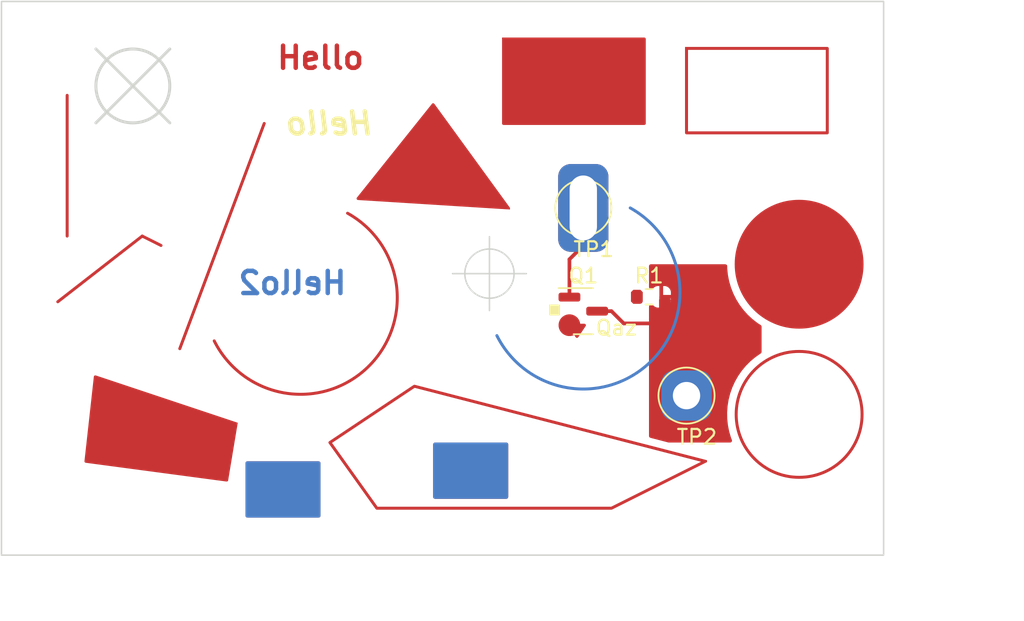
<source format=kicad_pcb>
(kicad_pcb (version 20211014) (generator pcbnew)
  (layers (0 "F.Cu" signal) (1 "In1.Cu" signal) (2 "In2.Cu" signal) (31 "B.Cu" signal) (34 "B.Paste" user) (35 "F.Paste" user) (36 "B.SilkS" user "B.Silkscreen") (37 "F.SilkS" user "F.Silkscreen") (38 "B.Mask" user) (39 "F.Mask" user) (44 "Edge.Cuts" user))
  (net 0 "")
  (net 1 "Net-(Q1-Pad1)")
  (net 2 "GND")
  (net 3 "Net-(Q1-Pad3)")
  (net 4 "+5V")
  (footprint "TestPoint:TestPoint_Loop_D2.50mm_Drill1.85mm" (layer "F.Cu") (at 146.05 71.755)
    (fp_text reference "TP1" (at 0.7 2.8) (layer "F.SilkS"))
    (fp_text value "TestPoint")
    (fp_circle (center 0 0) (end 1.9 0) (layer "F.SilkS") (width 0.12) (fill none))
    (pad "1" thru_hole roundrect (at 0 0) (size 3.4 5.94) (drill oval 1.85 4.39) (layers *.Cu *.Mask) (net 1 "Net-(Q1-Pad1)"))
  )
  (footprint "Resistor_SMD:R_0603_1608Metric" (layer "F.Cu") (at 150.5 77.77)
    (fp_text reference "R1" (at 0 -1.43) (layer "F.SilkS"))
    (fp_text value "1K")
    (fp_line (start -0.237258 -0.5225) (end 0.237258 -0.5225) (layer "F.SilkS") (width 0.12))
    (fp_line (start -0.237258 0.5225) (end 0.237258 0.5225) (layer "F.SilkS") (width 0.12))
    (pad "1" smd roundrect (at -0.825 0) (size 0.8 0.95) (property pad_prop_bga) (layers "F.Cu" "F.Paste" "F.Mask") (chamfer_ratio 0.2) (chamfer top_left top_right bottom_left) (net 4 "+5V"))
    (pad "2" smd roundrect (at 0.825 0) (size 0.8 0.95) (drill (offset 0.254 0.508)) (property pad_prop_fiducial_glob) (layers "F.Cu" "F.Paste" "F.Mask") (roundrect_rratio 0) (chamfer_ratio 0.2) (chamfer top_left top_right) (net 3 "Net-(Q1-Pad3)") (clearance 0.254) (thermal_gap 0.508))
  )
  (footprint "Package_TO_SOT_SMD:SOT-23" (layer "F.Cu") (at 146.05 78.74)
    (fp_text reference "Q1" (at 0 -2.4) (layer "F.SilkS"))
    (fp_text value "Si2319CDS")
    (fp_text user "Qaz" (at 2.24 1.13 unlocked) (layer "F.SilkS"))
    (fp_line (start 0 -1.56) (end -1.675 -1.56) (layer "F.SilkS") (width 0.12))
    (fp_line (start 0 -1.56) (end 0.65 -1.56) (layer "F.SilkS") (width 0.12))
    (fp_line (start 0 1.56) (end -0.65 1.56) (layer "F.SilkS") (width 0.12))
    (fp_line (start 0 1.56) (end 0.65 1.56) (layer "F.SilkS") (width 0.12))
    (fp_rect (start -2.25 -0.39) (end -1.64 0.23) (layer "F.SilkS") (width 0.12) (fill solid))
    (pad "1" smd roundrect (at -0.9375 -0.95) (size 1.475 0.6) (layers "F.Cu" "F.Paste" "F.Mask") (net 1 "Net-(Q1-Pad1)"))
    (pad "2" smd custom (at -0.9375 0.95) (size 1.475 1.475) (layers "F.Cu" "F.Paste" "F.Mask") (net 2 "GND") (clearance 0.254) (options (clearance outline) (anchor circle)) (primitives (gr_arc (start 0 0.254) (mid 0.508 0.254) (end 0 0.254) (width 0.2)) (gr_poly (pts (xy 0 0) (xy 0.508 0.762) (xy 1.016 0)) (width 0.2) (fill yes))))
    (pad "3" smd roundrect (at 0.9375 0) (size 1.475 0.6) (layers "F.Cu" "F.Paste" "F.Mask") (net 3 "Net-(Q1-Pad3)"))
    (zone (net 0) (net_name "") (layer "F.Cu") (name "Test") (connect_pads (clearance 0)) (min_thickness 0.254)
      (keepout (tracks not_allowed) (vias not_allowed) (pads not_allowed) (copperpour not_allowed) (footprints allowed))
      (fill (thermal_gap 0.508) (thermal_bridge_width 0.508))
      (polygon (pts (xy 147.63 77.51) (xy 147.81 78.31) (xy 146.22 78.15) (xy 146.9 77.22)))
    )
  )
  (footprint "TestPoint:TestPoint_Loop_D2.50mm_Drill1.85mm" (layer "F.Cu") (at 153.035 84.455)
    (fp_text reference "TP2" (at 0.7 2.8) (layer "F.SilkS"))
    (fp_text value "TestPoint")
    (fp_circle (center 0 0) (end 1.9 0) (layer "F.SilkS") (width 0.12) (fill none))
    (pad "1" thru_hole roundrect (at 0 0) (size 3.4 3.4) (drill 1.85) (property pad_prop_testpoint) (layers *.Cu *.Mask) (net 3 "Net-(Q1-Pad3)") (clearance 0.254) (thermal_gap 0.508))
  )
  (gr_line (start 110.49 78.105) (end 116.205 73.66) (layer "F.Cu") (width 0.2))
  (gr_rect locked (start 153.035 60.96) (end 162.56 66.675) (layer "F.Cu") (width 0.2) (fill none))
  (gr_rect (start 140.6525 60.325) (end 150.1775 66.04) (layer "F.Cu") (width 0.2) (fill solid))
  (gr_poly (pts (xy 154.305 88.9) (xy 147.955 92.075) (xy 132.08 92.075) (xy 128.905 87.63) (xy 134.62 83.82)) (layer "F.Cu") (width 0.2) (fill none))
  (gr_line (start 118.745 81.28) (end 124.46 66.04) (layer "F.Cu") (width 0.2))
  (gr_circle locked (center 160.655 85.725) (end 164.914709 85.725) (layer "F.Cu") (width 0.2) (fill none))
  (gr_poly locked (pts (xy 140.97 71.755) (xy 130.81 71.12) (xy 135.89 64.77)) (layer "F.Cu") (width 0.2) (fill solid))
  (gr_poly (pts (xy 122.555 86.36) (xy 121.92 90.17) (xy 112.395 88.9) (xy 113.03 83.185)) (layer "F.Cu") (width 0.2) (fill solid))
  (gr_arc locked (start 130.098647 72.112795) (mid 131.446053 82.5511) (end 121.076128 80.751555) (layer "F.Cu") (width 0.2))
  (gr_line (start 116.205 73.66) (end 117.475 74.295) (layer "F.Cu") (width 0.2))
  (gr_line locked (start 111.125 73.66) (end 111.125 64.135) (layer "F.Cu") (width 0.2))
  (gr_circle (center 160.655 75.565) (end 164.914709 75.565) (layer "F.Cu") (width 0.2) (fill solid))
  (gr_arc (start 149.225 71.755) (mid 150.572405 82.193303) (end 140.202481 80.39376) (layer "B.Cu") (width 0.2))
  (gr_rect (start 106.68 57.785) (end 166.37 95.25) (layer "Edge.Cuts") (width 0.1) (fill none))
  (gr_text "Hello" (at 128.27 61.595) (layer "F.Cu") (effects (font (size 1.5 1.5) (thickness 0.3))))
  (gr_text "Hello2" (at 126.365 76.835) (layer "B.Cu") (effects (font (size 1.5 1.5) (thickness 0.3)) (justify mirror)))
  (gr_text "Hello" (at 128.905 66.04) (layer "F.SilkS") (effects (font (size 1.5 1.5) (thickness 0.3) italic) (justify mirror)))
  (target x (at 115.57 63.5) (size 5) (width 0.2) (layer "Edge.Cuts"))
  (target plus (at 139.7 76.2) (size 5) (width 0.1) (layer "Edge.Cuts"))
  (segment (start 146.05 74.295) (end 146.05 71.755) (width 0.25) (layer "F.Cu") (net 1))
  (segment (start 145.1125 77.79) (end 145.1125 75.2325) (width 0.25) (layer "F.Cu") (net 1))
  (segment (start 145.1125 75.2325) (end 146.05 74.295) (width 0.25) (layer "F.Cu") (net 1))
  (segment (start 151.325 79.57) (end 151.325 82.745) (width 0.25) (layer "F.Cu") (net 3))
  (segment (start 151.325 82.745) (end 153.035 84.455) (width 0.25) (layer "F.Cu") (net 3))
  (segment (start 148.785 79.57) (end 151.325 79.57) (width 0.25) (layer "F.Cu") (net 3))
  (segment (start 147.955 78.74) (end 148.785 79.57) (width 0.25) (layer "F.Cu") (net 3))
  (segment (start 146.9875 78.74) (end 147.955 78.74) (width 0.25) (layer "F.Cu") (net 3))
  (segment (start 151.325 77.77) (end 151.325 79.57) (width 0.25) (layer "F.Cu") (net 3))
  (zone (net 0) (net_name "") (layers F&B.Cu) (name "Test") (connect_pads (clearance 0.508)) (min_thickness 0.254) (fill yes (thermal_gap 0.508) (thermal_bridge_width 0.508))
    (polygon (pts (xy 128.27 92.71) (xy 123.19 92.71) (xy 123.19 88.9) (xy 128.27 88.9)))
  )
  (zone (net 0) (net_name "") (layers "F.Cu" "In1.Cu" "In2.Cu" "B.Cu") (name "Test") (connect_pads (clearance 0.508)) (min_thickness 0.254) (fill yes (thermal_gap 0.508) (thermal_bridge_width 0.508))
    (polygon (pts (xy 140.97 91.44) (xy 135.89 91.44) (xy 135.89 87.63) (xy 140.97 87.63)))
  )
  (zone (net 3) (net_name "Net-(Q1-Pad3)") (layer "F.Cu") (name "123") (priority 1) (connect_pads (clearance 0.508)) (min_thickness 0.254) (fill yes (thermal_gap 0.508) (thermal_bridge_width 0.508) (smoothing fillet) (radius 0.1))
    (polygon (pts (xy 158.115 87.63) (xy 150.495 87.63) (xy 150.495 75.565) (xy 158.115 75.565)))
  )
)
</source>
